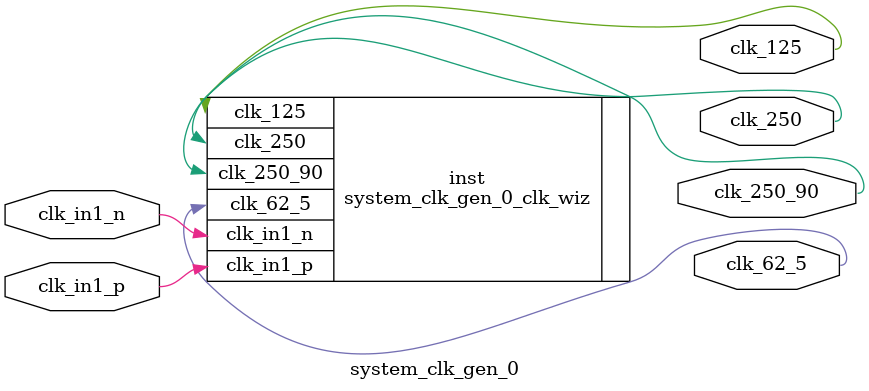
<source format=v>


`timescale 1ps/1ps

(* CORE_GENERATION_INFO = "system_clk_gen_0,clk_wiz_v6_0_5_0_0,{component_name=system_clk_gen_0,use_phase_alignment=true,use_min_o_jitter=false,use_max_i_jitter=false,use_dyn_phase_shift=false,use_inclk_switchover=false,use_dyn_reconfig=false,enable_axi=0,feedback_source=FDBK_AUTO,PRIMITIVE=MMCM,num_out_clk=4,clkin1_period=8.000,clkin2_period=10.000,use_power_down=false,use_reset=false,use_locked=false,use_inclk_stopped=false,feedback_type=SINGLE,CLOCK_MGR_TYPE=NA,manual_override=false}" *)

module system_clk_gen_0 
 (
  // Clock out ports
  output        clk_125,
  output        clk_250,
  output        clk_250_90,
  output        clk_62_5,
 // Clock in ports
  input         clk_in1_p,
  input         clk_in1_n
 );

  system_clk_gen_0_clk_wiz inst
  (
  // Clock out ports  
  .clk_125(clk_125),
  .clk_250(clk_250),
  .clk_250_90(clk_250_90),
  .clk_62_5(clk_62_5),
 // Clock in ports
  .clk_in1_p(clk_in1_p),
  .clk_in1_n(clk_in1_n)
  );

endmodule

</source>
